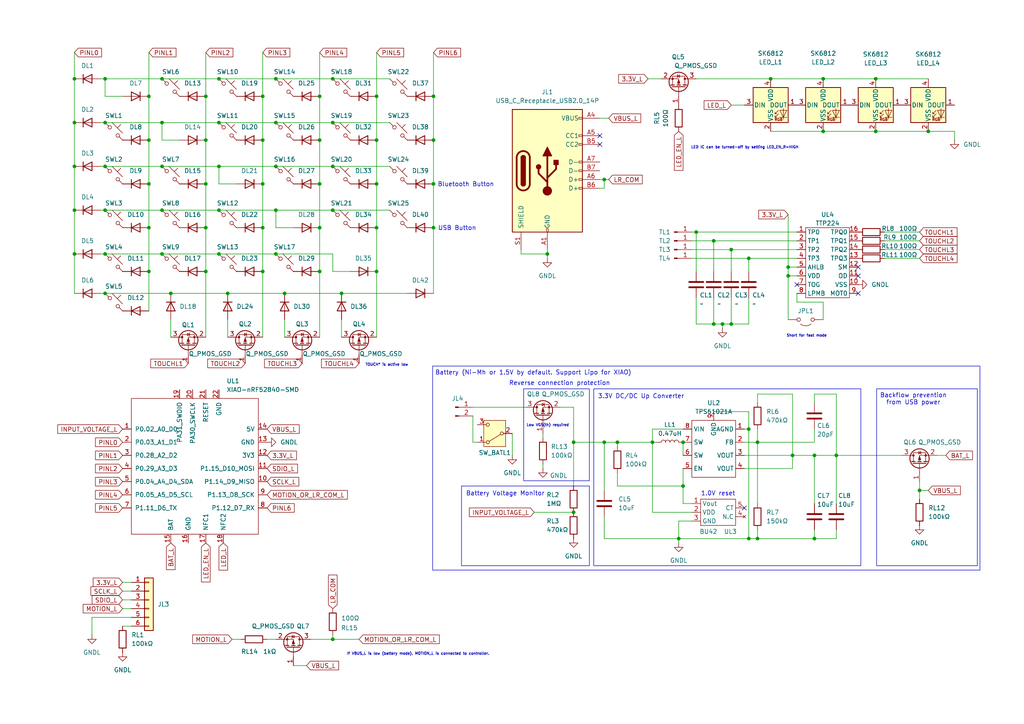
<source format=kicad_sch>
(kicad_sch (version 20231120) (generator "eeschema") (generator_version "8.0")
  (paper "A4")
  (junction (at 212.09 72.39))
  (junction (at 269.24 38.1))
  (junction (at 76.2 66.04))
  (junction (at 66.04 85.09))
  (junction (at 125.73 66.04))
  (junction (at 30.48 48.26))
  (junction (at 43.18 66.04))
  (junction (at 158.75 73.66))
  (junction (at 223.52 22.86))
  (junction (at 219.71 128.27))
  (junction (at 179.07 128.27))
  (junction (at 76.2 27.94))
  (junction (at 198.12 140.97))
  (junction (at 80.01 60.96))
  (junction (at 219.71 156.21))
  (junction (at 166.37 128.27))
  (junction (at 76.2 40.64))
  (junction (at 209.55 93.98))
  (junction (at 43.18 78.74))
  (junction (at 125.73 53.34))
  (junction (at 109.22 66.04))
  (junction (at 175.26 128.27))
  (junction (at 59.69 53.34))
  (junction (at 21.59 48.26))
  (junction (at 238.76 22.86))
  (junction (at 43.18 53.34))
  (junction (at 125.73 40.64))
  (junction (at 266.7 142.24))
  (junction (at 125.73 27.94))
  (junction (at 76.2 78.74))
  (junction (at 175.26 52.07))
  (junction (at 80.01 48.26))
  (junction (at 92.71 40.64))
  (junction (at 59.69 40.64))
  (junction (at 212.09 93.98))
  (junction (at 96.52 185.42))
  (junction (at 198.12 128.27))
  (junction (at 21.59 22.86))
  (junction (at 166.37 148.59))
  (junction (at 228.6 80.01))
  (junction (at 46.99 35.56))
  (junction (at 254 22.86))
  (junction (at 46.99 60.96))
  (junction (at 80.01 22.86))
  (junction (at 59.69 66.04))
  (junction (at 63.5 48.26))
  (junction (at 254 38.1))
  (junction (at 43.18 27.94))
  (junction (at 207.01 93.98))
  (junction (at 59.69 27.94))
  (junction (at 30.48 60.96))
  (junction (at 96.52 22.86))
  (junction (at 82.55 85.09))
  (junction (at 59.69 78.74))
  (junction (at 109.22 53.34))
  (junction (at 109.22 27.94))
  (junction (at 242.57 132.08))
  (junction (at 99.06 85.09))
  (junction (at 207.01 69.85))
  (junction (at 46.99 48.26))
  (junction (at 92.71 78.74))
  (junction (at 43.18 40.64))
  (junction (at 92.71 66.04))
  (junction (at 30.48 85.09))
  (junction (at 201.93 67.31))
  (junction (at 21.59 73.66))
  (junction (at 63.5 22.86))
  (junction (at 109.22 78.74))
  (junction (at 96.52 60.96))
  (junction (at 76.2 53.34))
  (junction (at 63.5 60.96))
  (junction (at 236.22 132.08))
  (junction (at 46.99 22.86))
  (junction (at 30.48 22.86))
  (junction (at 80.01 73.66))
  (junction (at 236.22 156.21))
  (junction (at 217.17 124.46))
  (junction (at 63.5 35.56))
  (junction (at 92.71 27.94))
  (junction (at 49.53 85.09))
  (junction (at 228.6 77.47))
  (junction (at 30.48 73.66))
  (junction (at 189.23 128.27))
  (junction (at 63.5 73.66))
  (junction (at 196.85 156.21))
  (junction (at 109.22 40.64))
  (junction (at 238.76 38.1))
  (junction (at 217.17 156.21))
  (junction (at 92.71 53.34))
  (junction (at 229.87 132.08))
  (junction (at 96.52 48.26))
  (junction (at 217.17 74.93))
  (junction (at 21.59 35.56))
  (junction (at 80.01 35.56))
  (junction (at 46.99 73.66))
  (junction (at 96.52 35.56))
  (junction (at 30.48 35.56))
  (junction (at 21.59 60.96))
  (no_connect (at 173.99 39.37))
  (no_connect (at 248.92 80.01))
  (no_connect (at 248.92 85.09))
  (no_connect (at 231.14 82.55))
  (no_connect (at 248.92 77.47))
  (no_connect (at 173.99 41.91))
  (no_connect (at 215.9 147.32))
  (bus_entry (at 577.85 109.22) (size 2.54 2.54))
  (wire (pts (xy 198.12 124.46) (xy 189.23 124.46)))
  (wire (pts (xy 256.54 72.39) (xy 266.7 72.39)))
  (wire (pts (xy 198.12 135.89) (xy 198.12 140.97)))
  (wire (pts (xy 207.01 86.36) (xy 207.01 93.98)))
  (wire (pts (xy 109.22 53.34) (xy 109.22 66.04)))
  (wire (pts (xy 179.07 128.27) (xy 189.23 128.27)))
  (wire (pts (xy 175.26 156.21) (xy 196.85 156.21)))
  (wire (pts (xy 59.69 66.04) (xy 59.69 78.74)))
  (wire (pts (xy 219.71 156.21) (xy 236.22 156.21)))
  (wire (pts (xy 219.71 146.05) (xy 219.71 128.27)))
  (wire (pts (xy 200.66 67.31) (xy 201.93 67.31)))
  (wire (pts (xy 46.99 40.64) (xy 46.99 35.56)))
  (wire (pts (xy 154.94 148.59) (xy 166.37 148.59)))
  (wire (pts (xy 30.48 48.26) (xy 29.21 48.26)))
  (wire (pts (xy 38.1 176.53) (xy 35.56 176.53)))
  (wire (pts (xy 76.2 15.24) (xy 76.2 27.94)))
  (wire (pts (xy 269.24 142.24) (xy 266.7 142.24)))
  (wire (pts (xy 229.87 132.08) (xy 236.22 132.08)))
  (wire (pts (xy 125.73 66.04) (xy 125.73 85.09)))
  (wire (pts (xy 242.57 114.3) (xy 242.57 132.08)))
  (wire (pts (xy 229.87 114.3) (xy 229.87 132.08)))
  (wire (pts (xy 219.71 114.3) (xy 229.87 114.3)))
  (wire (pts (xy 200.66 72.39) (xy 212.09 72.39)))
  (wire (pts (xy 158.75 74.93) (xy 158.75 73.66)))
  (wire (pts (xy 59.69 27.94) (xy 59.69 40.64)))
  (wire (pts (xy 82.55 85.09) (xy 99.06 85.09)))
  (wire (pts (xy 21.59 22.86) (xy 21.59 35.56)))
  (wire (pts (xy 242.57 132.08) (xy 242.57 146.05)))
  (wire (pts (xy 201.93 22.86) (xy 223.52 22.86)))
  (wire (pts (xy 30.48 73.66) (xy 46.99 73.66)))
  (wire (pts (xy 242.57 132.08) (xy 261.62 132.08)))
  (wire (pts (xy 92.71 66.04) (xy 92.71 78.74)))
  (wire (pts (xy 215.9 124.46) (xy 217.17 124.46)))
  (wire (pts (xy 166.37 128.27) (xy 175.26 128.27)))
  (wire (pts (xy 176.53 52.07) (xy 175.26 52.07)))
  (wire (pts (xy 266.7 139.7) (xy 266.7 142.24)))
  (wire (pts (xy 217.17 86.36) (xy 217.17 93.98)))
  (wire (pts (xy 212.09 30.48) (xy 215.9 30.48)))
  (wire (pts (xy 66.04 85.09) (xy 82.55 85.09)))
  (wire (pts (xy 46.99 22.86) (xy 63.5 22.86)))
  (wire (pts (xy 21.59 35.56) (xy 21.59 48.26)))
  (wire (pts (xy 219.71 153.67) (xy 219.71 156.21)))
  (wire (pts (xy 276.86 40.64) (xy 276.86 38.1)))
  (wire (pts (xy 209.55 93.98) (xy 209.55 95.25)))
  (wire (pts (xy 212.09 72.39) (xy 231.14 72.39)))
  (wire (pts (xy 80.01 73.66) (xy 96.52 73.66)))
  (wire (pts (xy 228.6 80.01) (xy 231.14 80.01)))
  (wire (pts (xy 35.56 181.61) (xy 38.1 181.61)))
  (wire (pts (xy 217.17 156.21) (xy 196.85 156.21)))
  (wire (pts (xy 207.01 69.85) (xy 231.14 69.85)))
  (wire (pts (xy 157.48 134.62) (xy 157.48 135.89)))
  (wire (pts (xy 175.26 54.61) (xy 175.26 52.07)))
  (wire (pts (xy 38.1 171.45) (xy 35.56 171.45)))
  (wire (pts (xy 166.37 118.11) (xy 162.56 118.11)))
  (wire (pts (xy 196.85 151.13) (xy 196.85 156.21)))
  (wire (pts (xy 30.48 27.94) (xy 30.48 22.86)))
  (wire (pts (xy 223.52 22.86) (xy 238.76 22.86)))
  (wire (pts (xy 92.71 15.24) (xy 92.71 27.94)))
  (wire (pts (xy 229.87 135.89) (xy 229.87 132.08)))
  (wire (pts (xy 85.09 66.04) (xy 80.01 66.04)))
  (wire (pts (xy 236.22 114.3) (xy 236.22 116.84)))
  (wire (pts (xy 69.85 185.42) (xy 67.31 185.42)))
  (wire (pts (xy 80.01 60.96) (xy 96.52 60.96)))
  (wire (pts (xy 92.71 27.94) (xy 92.71 40.64)))
  (wire (pts (xy 238.76 22.86) (xy 254 22.86)))
  (wire (pts (xy 242.57 156.21) (xy 236.22 156.21)))
  (wire (pts (xy 212.09 72.39) (xy 212.09 78.74)))
  (wire (pts (xy 200.66 74.93) (xy 217.17 74.93)))
  (wire (pts (xy 80.01 35.56) (xy 96.52 35.56)))
  (wire (pts (xy 217.17 119.38) (xy 207.01 119.38)))
  (wire (pts (xy 96.52 35.56) (xy 113.03 35.56)))
  (wire (pts (xy 187.96 22.86) (xy 191.77 22.86)))
  (wire (pts (xy 96.52 185.42) (xy 104.14 185.42)))
  (wire (pts (xy 30.48 48.26) (xy 46.99 48.26)))
  (wire (pts (xy 228.6 77.47) (xy 228.6 80.01)))
  (wire (pts (xy 179.07 137.16) (xy 179.07 140.97)))
  (wire (pts (xy 137.16 120.65) (xy 137.16 128.27)))
  (wire (pts (xy 125.73 27.94) (xy 125.73 40.64)))
  (wire (pts (xy 157.48 127) (xy 157.48 125.73)))
  (wire (pts (xy 109.22 40.64) (xy 109.22 53.34)))
  (wire (pts (xy 179.07 140.97) (xy 198.12 140.97)))
  (wire (pts (xy 173.99 54.61) (xy 175.26 54.61)))
  (wire (pts (xy 254 38.1) (xy 269.24 38.1)))
  (wire (pts (xy 198.12 146.05) (xy 200.66 146.05)))
  (wire (pts (xy 137.16 118.11) (xy 152.4 118.11)))
  (wire (pts (xy 21.59 48.26) (xy 21.59 60.96)))
  (wire (pts (xy 63.5 53.34) (xy 63.5 48.26)))
  (wire (pts (xy 59.69 15.24) (xy 59.69 27.94)))
  (wire (pts (xy 125.73 15.24) (xy 125.73 27.94)))
  (wire (pts (xy 26.67 179.07) (xy 38.1 179.07)))
  (wire (pts (xy 166.37 128.27) (xy 166.37 140.97)))
  (wire (pts (xy 76.2 78.74) (xy 76.2 97.79)))
  (wire (pts (xy 76.2 53.34) (xy 76.2 66.04)))
  (wire (pts (xy 228.6 80.01) (xy 228.6 92.71)))
  (wire (pts (xy 256.54 74.93) (xy 266.7 74.93)))
  (wire (pts (xy 217.17 74.93) (xy 217.17 78.74)))
  (wire (pts (xy 276.86 38.1) (xy 269.24 38.1)))
  (wire (pts (xy 63.5 48.26) (xy 80.01 48.26)))
  (wire (pts (xy 175.26 52.07) (xy 173.99 52.07)))
  (wire (pts (xy 217.17 124.46) (xy 217.17 119.38)))
  (wire (pts (xy 63.5 60.96) (xy 80.01 60.96)))
  (wire (pts (xy 238.76 87.63) (xy 238.76 92.71)))
  (wire (pts (xy 30.48 22.86) (xy 29.21 22.86)))
  (wire (pts (xy 96.52 60.96) (xy 113.03 60.96)))
  (wire (pts (xy 80.01 66.04) (xy 80.01 60.96)))
  (wire (pts (xy 151.13 72.39) (xy 151.13 73.66)))
  (wire (pts (xy 215.9 135.89) (xy 229.87 135.89)))
  (wire (pts (xy 76.2 66.04) (xy 76.2 78.74)))
  (wire (pts (xy 46.99 48.26) (xy 63.5 48.26)))
  (wire (pts (xy 29.21 35.56) (xy 30.48 35.56)))
  (wire (pts (xy 148.59 132.08) (xy 148.59 125.73)))
  (wire (pts (xy 242.57 114.3) (xy 236.22 114.3)))
  (wire (pts (xy 59.69 53.34) (xy 59.69 66.04)))
  (wire (pts (xy 30.48 27.94) (xy 35.56 27.94)))
  (wire (pts (xy 201.93 67.31) (xy 231.14 67.31)))
  (wire (pts (xy 96.52 48.26) (xy 113.03 48.26)))
  (wire (pts (xy 99.06 85.09) (xy 118.11 85.09)))
  (wire (pts (xy 236.22 132.08) (xy 242.57 132.08)))
  (wire (pts (xy 68.58 53.34) (xy 63.5 53.34)))
  (wire (pts (xy 96.52 184.15) (xy 96.52 185.42)))
  (wire (pts (xy 231.14 85.09) (xy 231.14 87.63)))
  (wire (pts (xy 29.21 85.09) (xy 30.48 85.09)))
  (wire (pts (xy 201.93 67.31) (xy 201.93 78.74)))
  (wire (pts (xy 29.21 73.66) (xy 30.48 73.66)))
  (wire (pts (xy 228.6 62.23) (xy 228.6 77.47)))
  (wire (pts (xy 109.22 66.04) (xy 109.22 78.74)))
  (wire (pts (xy 38.1 168.91) (xy 35.56 168.91)))
  (wire (pts (xy 207.01 93.98) (xy 209.55 93.98)))
  (wire (pts (xy 189.23 128.27) (xy 190.5 128.27)))
  (wire (pts (xy 125.73 53.34) (xy 125.73 66.04)))
  (wire (pts (xy 43.18 15.24) (xy 43.18 27.94)))
  (wire (pts (xy 109.22 15.24) (xy 109.22 27.94)))
  (wire (pts (xy 21.59 15.24) (xy 21.59 22.86)))
  (wire (pts (xy 231.14 77.47) (xy 228.6 77.47)))
  (wire (pts (xy 76.2 40.64) (xy 76.2 53.34)))
  (wire (pts (xy 92.71 40.64) (xy 92.71 53.34)))
  (wire (pts (xy 266.7 142.24) (xy 266.7 144.78)))
  (wire (pts (xy 137.16 128.27) (xy 138.43 128.27)))
  (wire (pts (xy 99.06 92.71) (xy 99.06 97.79)))
  (wire (pts (xy 189.23 128.27) (xy 189.23 148.59)))
  (wire (pts (xy 88.9 193.04) (xy 85.09 193.04)))
  (wire (pts (xy 80.01 22.86) (xy 96.52 22.86)))
  (wire (pts (xy 46.99 73.66) (xy 63.5 73.66)))
  (wire (pts (xy 21.59 60.96) (xy 21.59 73.66)))
  (wire (pts (xy 49.53 92.71) (xy 49.53 97.79)))
  (wire (pts (xy 215.9 128.27) (xy 219.71 128.27)))
  (wire (pts (xy 30.48 85.09) (xy 49.53 85.09)))
  (wire (pts (xy 236.22 132.08) (xy 236.22 146.05)))
  (wire (pts (xy 219.71 128.27) (xy 236.22 128.27)))
  (wire (pts (xy 76.2 27.94) (xy 76.2 40.64)))
  (wire (pts (xy 63.5 22.86) (xy 80.01 22.86)))
  (wire (pts (xy 30.48 22.86) (xy 46.99 22.86)))
  (wire (pts (xy 231.14 87.63) (xy 238.76 87.63)))
  (wire (pts (xy 254 22.86) (xy 269.24 22.86)))
  (wire (pts (xy 166.37 118.11) (xy 166.37 128.27)))
  (wire (pts (xy 238.76 38.1) (xy 254 38.1)))
  (wire (pts (xy 212.09 93.98) (xy 209.55 93.98)))
  (wire (pts (xy 217.17 74.93) (xy 231.14 74.93)))
  (wire (pts (xy 63.5 35.56) (xy 80.01 35.56)))
  (wire (pts (xy 92.71 78.74) (xy 92.71 97.79)))
  (wire (pts (xy 125.73 40.64) (xy 125.73 53.34)))
  (wire (pts (xy 26.67 179.07) (xy 26.67 184.15)))
  (wire (pts (xy 151.13 73.66) (xy 158.75 73.66)))
  (wire (pts (xy 46.99 60.96) (xy 63.5 60.96)))
  (wire (pts (xy 266.7 69.85) (xy 256.54 69.85)))
  (wire (pts (xy 175.26 149.86) (xy 175.26 156.21)))
  (wire (pts (xy 236.22 156.21) (xy 236.22 153.67)))
  (wire (pts (xy 30.48 35.56) (xy 46.99 35.56)))
  (wire (pts (xy 201.93 86.36) (xy 201.93 93.98)))
  (wire (pts (xy 242.57 153.67) (xy 242.57 156.21)))
  (wire (pts (xy 59.69 40.64) (xy 59.69 53.34)))
  (wire (pts (xy 175.26 128.27) (xy 179.07 128.27)))
  (wire (pts (xy 21.59 73.66) (xy 21.59 85.09)))
  (wire (pts (xy 49.53 85.09) (xy 66.04 85.09)))
  (wire (pts (xy 38.1 173.99) (xy 35.56 173.99)))
  (wire (pts (xy 66.04 92.71) (xy 66.04 97.79)))
  (wire (pts (xy 217.17 93.98) (xy 212.09 93.98)))
  (wire (pts (xy 219.71 124.46) (xy 219.71 128.27)))
  (wire (pts (xy 196.85 151.13) (xy 200.66 151.13)))
  (wire (pts (xy 215.9 132.08) (xy 229.87 132.08)))
  (wire (pts (xy 219.71 114.3) (xy 219.71 116.84)))
  (wire (pts (xy 200.66 69.85) (xy 207.01 69.85)))
  (wire (pts (xy 219.71 156.21) (xy 217.17 156.21)))
  (wire (pts (xy 189.23 124.46) (xy 189.23 128.27)))
  (wire (pts (xy 43.18 66.04) (xy 43.18 78.74)))
  (wire (pts (xy 256.54 67.31) (xy 266.7 67.31)))
  (wire (pts (xy 46.99 35.56) (xy 63.5 35.56)))
  (wire (pts (xy 200.66 148.59) (xy 189.23 148.59)))
  (wire (pts (xy 92.71 53.34) (xy 92.71 66.04)))
  (wire (pts (xy 52.07 40.64) (xy 46.99 40.64)))
  (wire (pts (xy 158.75 73.66) (xy 158.75 72.39)))
  (wire (pts (xy 43.18 40.64) (xy 43.18 53.34)))
  (wire (pts (xy 82.55 92.71) (xy 82.55 97.79)))
  (wire (pts (xy 109.22 27.94) (xy 109.22 40.64)))
  (wire (pts (xy 77.47 185.42) (xy 80.01 185.42)))
  (wire (pts (xy 30.48 60.96) (xy 46.99 60.96)))
  (wire (pts (xy 59.69 78.74) (xy 59.69 97.79)))
  (wire (pts (xy 271.78 132.08) (xy 274.32 132.08)))
  (wire (pts (xy 96.52 78.74) (xy 101.6 78.74)))
  (wire (pts (xy 80.01 48.26) (xy 96.52 48.26)))
  (wire (pts (xy 217.17 124.46) (xy 217.17 156.21)))
  (wire (pts (xy 207.01 69.85) (xy 207.01 78.74)))
  (wire (pts (xy 201.93 93.98) (xy 207.01 93.98)))
  (wire (pts (xy 43.18 27.94) (xy 43.18 40.64)))
  (wire (pts (xy 90.17 185.42) (xy 96.52 185.42)))
  (wire (pts (xy 175.26 128.27) (xy 175.26 142.24)))
  (wire (pts (xy 96.52 22.86) (xy 113.03 22.86)))
  (wire (pts (xy 63.5 73.66) (xy 80.01 73.66)))
  (wire (pts (xy 176.53 34.29) (xy 173.99 34.29)))
  (wire (pts (xy 96.52 73.66) (xy 96.52 78.74)))
  (wire (pts (xy 43.18 53.34) (xy 43.18 66.04)))
  (wire (pts (xy 179.07 129.54) (xy 179.07 128.27)))
  (wire (pts (xy 223.52 38.1) (xy 238.76 38.1)))
  (wire (pts (xy 236.22 128.27) (xy 236.22 124.46)))
  (wire (pts (xy 43.18 78.74) (xy 43.18 90.17)))
  (wire (pts (xy 196.85 156.21) (xy 196.85 157.48)))
  (wire (pts (xy 109.22 78.74) (xy 109.22 97.79)))
  (wire (pts (xy 212.09 86.36) (xy 212.09 93.98)))
  (wire (pts (xy 198.12 140.97) (xy 198.12 146.05)))
  (wire (pts (xy 198.12 128.27) (xy 198.12 132.08)))
  (wire (pts (xy 29.21 60.96) (xy 30.48 60.96)))
  (rectangle (start 151.892 112.776) (end 170.942 139.446))
  (rectangle (start 133.858 140.97) (end 170.942 164.084))
  (rectangle (start 254.254 112.776) (end 283.464 164.084))
  (rectangle (start 125.476 106.172) (end 284.226 165.354))
  (rectangle (start 172.212 112.776) (end 249.682 164.084))
  (text "If VBUS_L is low (battery mode), MOTION_L is connected to controller." (at 100.584 189.738 0) (effects (font (size 0.762 0.762)) (justify left)))
  (text "Low VGS(th) required" (at 152.654 123.444 0) (effects (font (size 0.762 0.762)) (justify left)))
  (text "Battery (Ni-Mh or 1.5V by default. Support Lipo for XIAO)" (at 154.686 108.204 0) (effects (font (size 1.27 1.27))))
  (text "USB Button" (at 132.588 66.294 0) (effects (font (size 1.27 1.27))))
  (text "1.0V reset" (at 208.28 143.256 0) (effects (font (size 1.27 1.27))))
  (text "Bluetooth Button" (at 135.128 53.594 0) (effects (font (size 1.27 1.27))))
  (text "Short for fast mode" (at 228.092 97.028 0) (effects (font (size 0.762 0.762)) (justify left top)))
  (text "TOUCH* is active low" (at 105.918 105.918 0) (effects (font (size 0.762 0.762)) (justify left)))
  (text "Reverse connection protection" (at 162.306 111.252 0) (effects (font (size 1.27 1.27))))
  (text "3.3V DC/DC Up Converter" (at 185.928 115.062 0) (effects (font (size 1.27 1.27))))
  (text "Backflow prevention\nfrom USB power" (at 264.922 115.824 0) (effects (font (size 1.27 1.27))))
  (text "LED IC can be turned-off by setting LED_EN_R=HIGH" (at 200.406 42.418 0) (effects (font (size 0.762 0.762)) (justify left top)))
  (text "Battery Voltage Monitor" (at 146.558 143.256 0) (effects (font (size 1.27 1.27))))
  (global_label "3.3V_L" (shape input) (at 35.56 168.91 180) (property "Intersheetrefs" "${INTERSHEET_REFS}" (effects (hide yes))))
  (global_label "TOUCHL3" (shape input) (at 87.63 105.41 180) (property "Intersheetrefs" "${INTERSHEET_REFS}" (effects (hide yes))))
  (global_label "TOUCHL4" (shape input) (at 266.7 74.93 0) (property "Intersheetrefs" "${INTERSHEET_REFS}" (effects (hide yes))))
  (global_label "TOUCHL1" (shape input) (at 54.61 105.41 180) (property "Intersheetrefs" "${INTERSHEET_REFS}" (effects (hide yes))))
  (global_label "SDIO_L" (shape input) (at 35.56 173.99 180) (property "Intersheetrefs" "${INTERSHEET_REFS}" (effects (hide yes))))
  (global_label "PINL5" (shape input) (at 35.56 147.32 180) (property "Intersheetrefs" "${INTERSHEET_REFS}" (effects (hide yes))))
  (global_label "MOTION_OR_LR_COM_L" (shape input) (at 104.14 185.42 0) (property "Intersheetrefs" "${INTERSHEET_REFS}" (effects (hide yes))))
  (global_label "LR_COM" (shape input) (at 176.53 52.07 0) (property "Intersheetrefs" "${INTERSHEET_REFS}" (effects (hide yes))))
  (global_label "TOUCHL2" (shape input) (at 71.12 105.41 180) (property "Intersheetrefs" "${INTERSHEET_REFS}" (effects (hide yes))))
  (global_label "MOTION_L" (shape input) (at 35.56 176.53 180) (property "Intersheetrefs" "${INTERSHEET_REFS}" (effects (hide yes))))
  (global_label "TOUCHL3" (shape input) (at 266.7 72.39 0) (property "Intersheetrefs" "${INTERSHEET_REFS}" (effects (hide yes))))
  (global_label "VBUS_L" (shape input) (at 77.47 124.46 0) (property "Intersheetrefs" "${INTERSHEET_REFS}" (effects (hide yes))))
  (global_label "PINL3" (shape input) (at 76.2 15.24 0) (property "Intersheetrefs" "${INTERSHEET_REFS}" (effects (hide yes))))
  (global_label "SCLK_L" (shape input) (at 77.47 139.7 0) (property "Intersheetrefs" "${INTERSHEET_REFS}" (effects (hide yes))))
  (global_label "PINL5" (shape input) (at 109.22 15.24 0) (property "Intersheetrefs" "${INTERSHEET_REFS}" (effects (hide yes))))
  (global_label "3.3V_L" (shape input) (at 228.6 62.23 180) (property "Intersheetrefs" "${INTERSHEET_REFS}" (effects (hide yes))))
  (global_label "LR_COM" (shape input) (at 96.52 176.53 90) (property "Intersheetrefs" "${INTERSHEET_REFS}" (effects (hide yes))))
  (global_label "3.3V_L" (shape input) (at 77.47 132.08 0) (property "Intersheetrefs" "${INTERSHEET_REFS}" (effects (hide yes))))
  (global_label "LED_EN_L" (shape input) (at 196.85 38.1 270) (property "Intersheetrefs" "${INTERSHEET_REFS}" (effects (hide yes))))
  (global_label "PINL0" (shape input) (at 35.56 128.27 180) (property "Intersheetrefs" "${INTERSHEET_REFS}" (effects (hide yes))))
  (global_label "LED_EN_L" (shape input) (at 59.69 157.48 270) (property "Intersheetrefs" "${INTERSHEET_REFS}" (effects (hide yes))))
  (global_label "SDIO_L" (shape input) (at 77.47 135.89 0) (property "Intersheetrefs" "${INTERSHEET_REFS}" (effects (hide yes))))
  (global_label "PINL0" (shape input) (at 21.59 15.24 0) (property "Intersheetrefs" "${INTERSHEET_REFS}" (effects (hide yes))))
  (global_label "PINL6" (shape input) (at 125.73 15.24 0) (property "Intersheetrefs" "${INTERSHEET_REFS}" (effects (hide yes))))
  (global_label "INPUT_VOLTAGE_L" (shape input) (at 35.56 124.46 180) (property "Intersheetrefs" "${INTERSHEET_REFS}" (effects (hide yes))))
  (global_label "MOTION_L" (shape input) (at 67.31 185.42 180) (property "Intersheetrefs" "${INTERSHEET_REFS}" (effects (hide yes))))
  (global_label "SCLK_L" (shape input) (at 35.56 171.45 180) (property "Intersheetrefs" "${INTERSHEET_REFS}" (effects (hide yes))))
  (global_label "TOUCHL4" (shape input) (at 104.14 105.41 180) (property "Intersheetrefs" "${INTERSHEET_REFS}" (effects (hide yes))))
  (global_label "BAT_L" (shape input) (at 274.32 132.08 0) (property "Intersheetrefs" "${INTERSHEET_REFS}" (effects (hide yes))))
  (global_label "TOUCHL1" (shape input) (at 266.7 67.31 0) (property "Intersheetrefs" "${INTERSHEET_REFS}" (effects (hide yes))))
  (global_label "VBUS_L" (shape input) (at 269.24 142.24 0) (property "Intersheetrefs" "${INTERSHEET_REFS}" (effects (hide yes))))
  (global_label "BAT_L" (shape input) (at 49.53 157.48 270) (property "Intersheetrefs" "${INTERSHEET_REFS}" (effects (hide yes))))
  (global_label "3.3V_L" (shape input) (at 187.96 22.86 180) (property "Intersheetrefs" "${INTERSHEET_REFS}" (effects (hide yes))))
  (global_label "MOTION_OR_LR_COM_L" (shape input) (at 77.47 143.51 0) (property "Intersheetrefs" "${INTERSHEET_REFS}" (effects (hide yes))))
  (global_label "PINL6" (shape input) (at 77.47 147.32 0) (property "Intersheetrefs" "${INTERSHEET_REFS}" (effects (hide yes))))
  (global_label "VBUS_L" (shape input) (at 176.53 34.29 0) (property "Intersheetrefs" "${INTERSHEET_REFS}" (effects (hide yes))))
  (global_label "VBUS_L" (shape input) (at 88.9 193.04 0) (property "Intersheetrefs" "${INTERSHEET_REFS}" (effects (hide yes))))
  (global_label "TOUCHL2" (shape input) (at 266.7 69.85 0) (property "Intersheetrefs" "${INTERSHEET_REFS}" (effects (hide yes))))
  (global_label "PINL1" (shape input) (at 35.56 132.08 180) (property "Intersheetrefs" "${INTERSHEET_REFS}" (effects (hide yes))))
  (global_label "PINL4" (shape input) (at 92.71 15.24 0) (property "Intersheetrefs" "${INTERSHEET_REFS}" (effects (hide yes))))
  (global_label "PINL4" (shape input) (at 35.56 143.51 180) (property "Intersheetrefs" "${INTERSHEET_REFS}" (effects (hide yes))))
  (global_label "INPUT_VOLTAGE_L" (shape input) (at 154.94 148.59 180) (property "Intersheetrefs" "${INTERSHEET_REFS}" (effects (hide yes))))
  (global_label "PINL1" (shape input) (at 43.18 15.24 0) (property "Intersheetrefs" "${INTERSHEET_REFS}" (effects (hide yes))))
  (global_label "LED_L" (shape input) (at 212.09 30.48 180) (property "Intersheetrefs" "${INTERSHEET_REFS}" (effects (hide yes))))
  (global_label "LED_L" (shape input) (at 64.77 157.48 270) (property "Intersheetrefs" "${INTERSHEET_REFS}" (effects (hide yes))))
  (global_label "PINL2" (shape input) (at 35.56 135.89 180) (property "Intersheetrefs" "${INTERSHEET_REFS}" (effects (hide yes))))
  (global_label "PINL3" (shape input) (at 35.56 139.7 180) (property "Intersheetrefs" "${INTERSHEET_REFS}" (effects (hide yes))))
  (global_label "PINL2" (shape input) (at 59.69 15.24 0) (property "Intersheetrefs" "${INTERSHEET_REFS}" (effects (hide yes))))
  (symbol (lib_id "Connector:Conn_01x01_Pin") (at 195.58 69.85 0) (unit 1)
    (property "Reference" "TL2" (at 192.786 69.85 0))
    (property "Value" "Conn_01x01_Pin" (effects (hide yes)))
    (property "Footprint" "MountingHole:MountingHole_2.2mm_M2_Pad" (effects (hide yes)))
    (property "Description" "Generic connector, single row, 01x01, script generated" (effects (hide yes)))
  )
  (symbol (lib_id "Switch:SW_SPDT") (at 143.51 125.73 180) (unit 1)
    (property "Reference" "SW_BATL1" (at 143.51 131.318 0))
    (property "Value" "SW_SPDT" (effects (hide yes)))
    (property "Footprint" "0_dya-kbd:MK-12C02-G015" (effects (hide yes)))
    (property "Description" "Switch, single pole double throw" (effects (hide yes)))
    (property "LCSC" "C2890358" (effects (hide yes)))
  )
  (symbol (lib_id "Device:C") (at 175.26 146.05 0) (unit 1)
    (property "Reference" "CL5" (at 179.324 144.78 0) (effects (justify left)))
    (property "Value" "10uF" (at 179.324 147.32 0) (effects (justify left)))
    (property "Footprint" "Capacitor_SMD:C_0805_2012Metric" (effects (hide yes)))
    (property "Description" "Unpolarized capacitor" (effects (hide yes)))
    (property "LCSC" "C15850" (effects (hide yes)))
  )
  (symbol (lib_id "Device:D") (at 88.9 53.34 0) (unit 1)
    (property "Reference" "DL27" (at 88.9 49.53 0))
    (property "Value" "D" (effects (hide yes)))
    (property "Footprint" "Diode_SMD:D_SOD-123" (effects (hide yes)))
    (property "Description" "Diode" (effects (hide yes)))
    (property "Sim.Device" "D" (effects (hide yes)))
    (property "Sim.Pins" "1=K 2=A" (effects (hide yes)))
    (property "LCSC" "C81598" (effects (hide yes)))
  )
  (symbol (lib_id "Device:C") (at 201.93 82.55 0) (unit 1)
    (property "Reference" "CL1" (at 202.946 85.598 0) (effects (justify left)))
    (property "Value" "~" (at 202.946 88.138 0) (effects (justify left)))
    (property "Footprint" "Capacitor_SMD:C_0805_2012Metric" (effects (hide yes)))
    (property "Description" "Unpolarized capacitor" (effects (hide yes)))
  )
  (symbol (lib_id "Connector:Conn_01x01_Pin") (at 195.58 74.93 0) (unit 1)
    (property "Reference" "TL4" (at 192.786 74.93 0))
    (property "Value" "Conn_01x01_Pin" (effects (hide yes)))
    (property "Footprint" "Connector_Wire:SolderWirePad_1x01_SMD_1x2mm" (effects (hide yes)))
    (property "Description" "Generic connector, single row, 01x01, script generated" (effects (hide yes)))
  )
  (symbol (lib_id "Switch:SW_Push_45deg") (at 49.53 50.8 0) (unit 1)
    (property "Reference" "SWL7" (at 49.53 46.228 0))
    (property "Value" "SW_Push_45deg" (effects (hide yes)))
    (property "Footprint" "0_dya-kbd:Kailh-PG1353-Hotswap-1U" (effects (hide yes)))
    (property "Description" "Push button switch, normally open, two pins, 45° tilted" (effects (hide yes)))
    (property "LCSC" "C5333465" (effects (hide yes)))
  )
  (symbol (lib_id "Connector_Generic:Conn_01x06") (at 43.18 173.99 0) (unit 1)
    (property "Reference" "JL3" (at 45.72 175.2599 0) (effects (justify left)))
    (property "Value" "Conn_01x04" (effects (hide yes)))
    (property "Footprint" "0_dya-kbd:JUSHUO-AFH34-S06FIA-1H" (effects (hide yes)))
    (property "Description" "Generic connector, single row, 01x06, script generated (kicad-library-utils/schlib/autogen/connector/)" (effects (hide yes)))
    (property "LCSC" "C5139821" (effects (hide yes)))
  )
  (symbol (lib_id "Device:D") (at 121.92 66.04 0) (unit 1)
    (property "Reference" "DL40" (at 121.92 62.23 0))
    (property "Value" "D" (effects (hide yes)))
    (property "Footprint" "Diode_SMD:D_SOD-123" (effects (hide yes)))
    (property "Description" "Diode" (effects (hide yes)))
    (property "Sim.Device" "D" (effects (hide yes)))
    (property "Sim.Pins" "1=K 2=A" (effects (hide yes)))
    (property "LCSC" "C81598" (effects (hide yes)))
  )
  (symbol (lib_id "0_dya-kbd:BU42") (at 208.28 148.59 0) (unit 1)
    (property "Reference" "UL3" (at 211.836 154.178 0))
    (property "Value" "BU42" (at 205.486 154.178 0))
    (property "Footprint" "0_dya-kbd:BU42XX" (effects (hide yes)))
    (property "Datasheet" "https://jlcpcb.com/parts/componentSearch?searchTxt=BU4210G-TR" (effects (hide yes)))
    (property "LCSC" "C2066584" (effects (hide yes)))
  )
  (symbol (lib_id "Switch:SW_Push_45deg") (at 33.02 50.8 0) (unit 1)
    (property "Reference" "SWL2" (at 33.02 46.228 0))
    (property "Value" "SW_Push_45deg" (effects (hide yes)))
    (property "Footprint" "0_dya-kbd:Kailh-PG1353-Hotswap-1U" (effects (hide yes)))
    (property "Description" "Push button switch, normally open, two pins, 45° tilted" (effects (hide yes)))
    (property "LCSC" "C5333465" (effects (hide yes)))
  )
  (symbol (lib_id "Jumper:Jumper_2_Open") (at 233.68 92.71 180) (unit 1) (exclude_from_sim yes)
    (property "Reference" "JPL1" (at 233.68 90.17 0))
    (property "Value" "Jumper_2_Open" (effects (hide yes)))
    (property "Footprint" "Jumper:SolderJumper-2_P1.3mm_Open_RoundedPad1.0x1.5mm" (effects (hide yes)))
    (property "Description" "Jumper, 2-pole, open" (effects (hide yes)))
  )
  (symbol (lib_id "Device:R") (at 196.85 34.29 180) (unit 1)
    (property "Reference" "RL5" (at 190.5 34.29 90))
    (property "Value" "100Ω" (at 193.04 34.29 90))
    (property "Footprint" "Resistor_SMD:R_0805_2012Metric" (effects (hide yes)))
    (property "Description" "Resistor" (effects (hide yes)))
    (property "LCSC" "C17408" (effects (hide yes)))
  )
  (symbol (lib_id "Switch:SW_Push_45deg") (at 33.02 63.5 0) (unit 1)
    (property "Reference" "SWL3" (at 33.02 58.928 0))
    (property "Value" "SW_Push_45deg" (effects (hide yes)))
    (property "Footprint" "0_dya-kbd:Kailh-PG1353-Hotswap-1U" (effects (hide yes)))
    (property "Description" "Push button switch, normally open, two pins, 45° tilted" (effects (hide yes)))
    (property "LCSC" "C5333465" (effects (hide yes)))
  )
  (symbol (lib_id "Device:Q_PMOS_GSD") (at 157.48 120.65 90) (unit 1)
    (property "Reference" "QL8" (at 154.686 114.3 90))
    (property "Value" "Q_PMOS_GSD" (at 163.322 114.3 90))
    (property "Footprint" "Package_TO_SOT_SMD:SOT-23" (effects (hide yes)))
    (property "Description" "P-MOSFET transistor, gate/source/drain, Vth < 0.9V" (effects (hide yes)))
    (property "LCSC" "C144153" (effects (hide yes)))
  )
  (symbol (lib_id "Device:D") (at 39.37 27.94 180) (unit 1)
    (property "Reference" "DL7" (at 39.37 24.13 0))
    (property "Value" "D" (effects (hide yes)))
    (property "Footprint" "Diode_SMD:D_SOD-123" (effects (hide yes)))
    (property "Description" "Diode" (effects (hide yes)))
    (property "Sim.Device" "D" (effects (hide yes)))
    (property "Sim.Pins" "1=K 2=A" (effects (hide yes)))
    (property "LCSC" "C81598" (effects (hide yes)))
  )
  (symbol (lib_id "Device:Q_PMOS_GSD") (at 266.7 134.62 90) (unit 1)
    (property "Reference" "QL6" (at 263.906 128.27 90))
    (property "Value" "Q_PMOS_GSD" (at 272.542 128.27 90))
    (property "Footprint" "Package_TO_SOT_SMD:SOT-23" (effects (hide yes)))
    (property "Description" "P-MOSFET transistor, gate/source/drain" (effects (hide yes)))
    (property "LCSC" "C15127" (effects (hide yes)))
  )
  (symbol (lib_id "power:GND") (at 157.48 135.89 0) (unit 1)
    (property "Reference" "#GNDL011" (effects (hide yes)))
    (property "Value" "GNDL" (at 162.052 137.922 0))
    (property "Description" "Power symbol creates a global label with name \"GND\" , ground" (effects (hide yes)))
  )
  (symbol (lib_id "power:GND") (at 35.56 189.23 0) (unit 1)
    (property "Reference" "#GNDL012" (effects (hide yes)))
    (property "Value" "GNDL" (at 35.56 194.31 0))
    (property "Description" "Power symbol creates a global label with name \"GND\" , ground" (effects (hide yes)))
  )
  (symbol (lib_id "Device:R") (at 35.56 185.42 180) (unit 1)
    (property "Reference" "RL1" (at 38.1 184.1499 0) (effects (justify right)))
    (property "Value" "100kΩ" (at 38.1 186.6899 0) (effects (justify right)))
    (property "Footprint" "Resistor_SMD:R_0805_2012Metric" (effects (hide yes)))
    (property "Description" "Resistor" (effects (hide yes)))
    (property "LCSC" "C149504" (effects (hide yes)))
  )
  (symbol (lib_id "Device:C") (at 212.09 82.55 0) (unit 1)
    (property "Reference" "CL3" (at 213.106 85.598 0) (effects (justify left)))
    (property "Value" "~" (at 213.106 88.138 0) (effects (justify left)))
    (property "Footprint" "Capacitor_SMD:C_0805_2012Metric" (effects (hide yes)))
    (property "Description" "Unpolarized capacitor" (effects (hide yes)))
  )
  (symbol (lib_id "Device:C") (at 236.22 149.86 0) (unit 1)
    (property "Reference" "CL7" (at 236.982 143.764 0) (effects (justify left)))
    (property "Value" "10uF" (at 236.982 146.304 0) (effects (justify left)))
    (property "Footprint" "Capacitor_SMD:C_0805_2012Metric" (effects (hide yes)))
    (property "Description" "Unpolarized capacitor" (effects (hide yes)))
    (property "LCSC" "C15850" (effects (hide yes)))
  )
  (symbol (lib_id "LED:SK6812MINI") (at 238.76 30.48 0) (unit 1)
    (property "Reference" "LED_L2" (at 238.76 18.034 0))
    (property "Value" "SK6812" (at 238.76 15.494 0))
    (property "Footprint" "0_dya-kbd:LED_SK6812MINI-E_BL" (effects (hide yes)))
    (property "Datasheet" "https://cdn-shop.adafruit.com/product-files/2686/SK6812MINI_REV.01-1-2.pdf" (effects (hide yes)))
    (property "Description" "RGB LED with integrated controller" (effects (hide yes)))
    (property "LCSC" "C5149201" (effects (hide yes)))
  )
  (symbol (lib_id "Device:D") (at 55.88 40.64 180) (unit 1)
    (property "Reference" "DL14" (at 55.88 36.83 0))
    (property "Value" "D" (effects (hide yes)))
    (property "Footprint" "Diode_SMD:D_SOD-123" (effects (hide yes)))
    (property "Description" "Diode" (effects (hide yes)))
    (property "Sim.Device" "D" (effects (hide yes)))
    (property "Sim.Pins" "1=K 2=A" (effects (hide yes)))
    (property "LCSC" "C81598" (effects (hide yes)))
  )
  (symbol (lib_id "Switch:SW_Push_45deg") (at 82.55 50.8 0) (unit 1)
    (property "Reference" "SWL16" (at 82.55 46.228 0))
    (property "Value" "SW_Push_45deg" (effects (hide yes)))
    (property "Footprint" "0_dya-kbd:Kailh-PG1353-Hotswap-1U" (effects (hide yes)))
    (property "Description" "Push button switch, normally open, two pins, 45° tilted" (effects (hide yes)))
    (property "LCSC" "C5333465" (effects (hide yes)))
  )
  (symbol (lib_id "Device:R") (at 266.7 148.59 0) (unit 1)
    (property "Reference" "RL12" (at 269.24 147.3199 0) (effects (justify left)))
    (property "Value" "100kΩ" (at 269.24 149.8599 0) (effects (justify left)))
    (property "Footprint" "Resistor_SMD:R_0805_2012Metric" (effects (hide yes)))
    (property "Description" "Resistor" (effects (hide yes)))
    (property "LCSC" "C149504" (effects (hide yes)))
  )
  (symbol (lib_id "Switch:SW_Push_45deg") (at 82.55 25.4 0) (unit 1)
    (property "Reference" "SWL14" (at 82.55 20.828 0))
    (property "Value" "SW_Push_45deg" (effects (hide yes)))
    (property "Footprint" "0_dya-kbd:Kailh-PG1353-Hotswap-1U" (effects (hide yes)))
    (property "Description" "Push button switch, normally open, two pins, 45° tilted" (effects (hide yes)))
    (property "LCSC" "C5333465" (effects (hide yes)))
  )
  (symbol (lib_id "Device:R") (at 252.73 72.39 270) (unit 1)
    (property "Reference" "RL10" (at 258.064 71.374 90))
    (property "Value" "100Ω" (at 263.398 71.374 90))
    (property "Footprint" "Resistor_SMD:R_0805_2012Metric" (effects (hide yes)))
    (property "Description" "Resistor" (effects (hide yes)))
    (property "LCSC" "C17408" (effects (hide yes)))
  )
  (symbol (lib_id "Connector:Conn_01x01_Pin") (at 195.58 67.31 0) (unit 1)
    (property "Reference" "TL1" (at 192.786 67.31 0))
    (property "Value" "Conn_01x01_Pin" (effects (hide yes)))
    (property "Footprint" "MountingHole:MountingHole_2.2mm_M2_Pad" (effects (hide yes)))
    (property "Description" "Generic connector, single row, 01x01, script generated" (effects (hide yes)))
  )
  (symbol (lib_id "Device:D") (at 105.41 78.74 180) (unit 1)
    (property "Reference" "DL35" (at 105.41 74.93 0))
    (property "Value" "D" (effects (hide yes)))
    (property "Footprint" "Diode_SMD:D_SOD-123" (effects (hide yes)))
    (property "Description" "Diode" (effects (hide yes)))
    (property "Sim.Device" "D" (effects (hide yes)))
    (property "Sim.Pins" "1=K 2=A" (effects (hide yes)))
    (property "LCSC" "C81598" (effects (hide yes)))
  )
  (symbol (lib_id "Switch:SW_Push_45deg") (at 115.57 50.8 0) (unit 1)
    (property "Reference" "SWL24" (at 115.57 46.228 0))
    (property "Value" "SW_Push_45deg" (effects (hide yes)))
    (property "Footprint" "0_dya-kbd:Push_PTS636SM43SMTR" (effects (hide yes)))
    (property "Description" "Push button switch, normally open, two pins, 45° tilted" (effects (hide yes)))
  )
  (symbol (lib_id "power:GND") (at 276.86 40.64 0) (unit 1)
    (property "Reference" "#GNDL09" (effects (hide yes)))
    (property "Value" "GNDL" (at 279.4 41.9099 0) (effects (justify left)))
    (property "Description" "Power symbol creates a global label with name \"GND\" , ground" (effects (hide yes)))
  )
  (symbol (lib_id "Device:D") (at 39.37 40.64 0) (unit 1)
    (property "Reference" "DL8" (at 39.37 36.83 0))
    (property "Value" "D" (effects (hide yes)))
    (property "Footprint" "Diode_SMD:D_SOD-123" (effects (hide yes)))
    (property "Description" "Diode" (effects (hide yes)))
    (property "Sim.Device" "D" (effects (hide yes)))
    (property "Sim.Pins" "1=K 2=A" (effects (hide yes)))
    (property "LCSC" "C81598" (effects (hide yes)))
  )
  (symbol (lib_id "Switch:SW_Push_45deg") (at 99.06 25.4 0) (unit 1)
    (property "Reference" "SWL18" (at 99.06 20.828 0))
    (property "Value" "SW_Push_45deg" (effects (hide yes)))
    (property "Footprint" "0_dya-kbd:Kailh-PG1353-Hotswap-1U" (effects (hide yes)))
    (property "Description" "Push button switch, normally open, two pins, 45° tilted" (effects (hide yes)))
    (property "LCSC" "C5333465" (effects (hide yes)))
  )
  (symbol (lib_id "Device:R") (at 219.71 149.86 0) (unit 1)
    (property "Reference" "RL7" (at 222.25 148.5899 0) (effects (justify left)))
    (property "Value" "150kΩ" (at 222.25 151.1299 0) (effects (justify left)))
    (property "Footprint" "Resistor_SMD:R_0805_2012Metric" (effects (hide yes)))
    (property "Description" "Resistor" (effects (hide yes)))
    (property "LCSC" "C17470" (effects (hide yes)))
  )
  (symbol (lib_id "Device:R") (at 166.37 144.78 0) (unit 1)
    (property "Reference" "RL2" (at 158.496 143.51 0) (effects (justify left)))
    (property "Value" "1MΩ" (at 158.496 146.05 0) (effects (justify left)))
    (property "Footprint" "Resistor_SMD:R_0805_2012Metric" (effects (hide yes)))
    (property "Description" "Resistor" (effects (hide yes)))
    (property "LCSC" "C17514" (effects (hide yes)))
  )
  (symbol (lib_id "Device:R") (at 166.37 152.4 0) (unit 1)
    (property "Reference" "RL3" (at 158.496 151.13 0) (effects (justify left)))
    (property "Value" "470kΩ" (at 158.496 153.67 0) (effects (justify left)))
    (property "Footprint" "Resistor_SMD:R_0805_2012Metric" (effects (hide yes)))
    (property "Description" "Resistor" (effects (hide yes)))
    (property "LCSC" "C17709" (effects (hide yes)))
  )
  (symbol (lib_id "Device:C") (at 236.22 120.65 0) (unit 1)
    (property "Reference" "CL6" (at 236.982 123.444 0) (effects (justify left)))
    (property "Value" "20pF" (at 236.982 125.984 0) (effects (justify left)))
    (property "Footprint" "Capacitor_SMD:C_0805_2012Metric" (effects (hide yes)))
    (property "Description" "Unpolarized capacitor" (effects (hide yes)))
    (property "LCSC" "C1798" (effects (hide yes)))
  )
  (symbol (lib_id "Device:D") (at 72.39 27.94 0) (unit 1)
    (property "Reference" "DL19" (at 72.39 24.13 0))
    (property "Value" "D" (effects (hide yes)))
    (property "Footprint" "Diode_SMD:D_SOD-123" (effects (hide yes)))
    (property "Description" "Diode" (effects (hide yes)))
    (property "Sim.Device" "D" (effects (hide yes)))
    (property "Sim.Pins" "1=K 2=A" (effects (hide yes)))
    (property "LCSC" "C81598" (effects (hide yes)))
  )
  (symbol (lib_id "Device:D") (at 55.88 53.34 0) (unit 1)
    (property "Reference" "DL15" (at 55.88 49.53 0))
    (property "Value" "D" (effects (hide yes)))
    (property "Footprint" "Diode_SMD:D_SOD-123" (effects (hide yes)))
    (property "Description" "Diode" (effects (hide yes)))
    (property "Sim.Device" "D" (effects (hide yes)))
    (property "Sim.Pins" "1=K 2=A" (effects (hide yes)))
    (property "LCSC" "C81598" (effects (hide yes)))
  )
  (symbol (lib_id "Device:R") (at 219.71 120.65 0) (unit 1)
    (property "Reference" "RL6" (at 222.25 119.3799 0) (effects (justify left)))
    (property "Value" "470kΩ" (at 222.25 121.9199 0) (effects (justify left)))
    (property "Footprint" "Resistor_SMD:R_0805_2012Metric" (effects (hide yes)))
    (property "Description" "Resistor" (effects (hide yes)))
    (property "LCSC" "C17709" (effects (hide yes)))
  )
  (symbol (lib_id "Device:R") (at 73.66 185.42 270) (unit 1)
    (property "Reference" "RL14" (at 72.39 188.976 90))
    (property "Value" "1kΩ" (at 78.232 188.976 90))
    (property "Footprint" "Resistor_SMD:R_0805_2012Metric" (effects (hide yes)))
    (property "Description" "Resistor" (effects (hide yes)))
    (property "LCSC" "C17513" (effects (hide yes)))
  )
  (symbol (lib_id "Device:D") (at 49.53 88.9 270) (unit 1)
    (property "Reference" "DL18" (at 52.07 88.8999 90) (effects (justify left)))
    (property "Value" "D" (effects (hide yes)))
    (property "Footprint" "Diode_SMD:D_SOD-123" (effects (hide yes)))
    (property "Description" "Diode" (effects (hide yes)))
    (property "Sim.Device" "D" (effects (hide yes)))
    (property "Sim.Pins" "1=K 2=A" (effects (hide yes)))
    (property "LCSC" "C81598" (effects (hide yes)))
  )
  (symbol (lib_id "0_Seeed_Studio_XIAO_Series:XIAO-nRF52840-SMD") (at 57.15 135.89 0) (unit 1)
    (property "Reference" "UL1" (at 65.6941 110.49 0) (effects (justify left)))
    (property "Value" "XIAO-nRF52840-SMD" (at 65.6941 113.03 0) (effects (justify left)))
    (property "Footprint" "0_dya-kbd:XIAO-nRF52840-SMD" (effects (hide yes)))
  )
  (symbol (lib_id "Device:D") (at 72.39 66.04 0) (unit 1)
    (property "Reference" "DL22" (at 72.39 62.23 0))
    (property "Value" "D" (effects (hide yes)))
    (property "Footprint" "Diode_SMD:D_SOD-123" (effects (hide yes)))
    (property "Description" "Diode" (effects (hide yes)))
    (property "Sim.Device" "D" (effects (hide yes)))
    (property "Sim.Pins" "1=K 2=A" (effects (hide yes)))
    (property "LCSC" "C81598" (effects (hide yes)))
  )
  (symbol (lib_id "Switch:SW_Push_45deg") (at 66.04 63.5 0) (unit 1)
    (property "Reference" "SWL12" (at 66.04 58.928 0))
    (property "Value" "SW_Push_45deg" (effects (hide yes)))
    (property "Footprint" "0_dya-kbd:Kailh-PG1353-Hotswap-1U" (effects (hide yes)))
    (property "Description" "Push button switch, normally open, two pins, 45° tilted" (effects (hide yes)))
    (property "LCSC" "C5333465" (effects (hide yes)))
  )
  (symbol (lib_id "Device:Q_PMOS_GSD") (at 54.61 100.33 90) (unit 1)
    (property "Reference" "QL1" (at 54.61 94.234 90))
    (property "Value" "Q_PMOS_GSD" (at 60.96 102.616 90))
    (property "Footprint" "Package_TO_SOT_SMD:SOT-23" (effects (hide yes)))
    (property "Description" "P-MOSFET transistor, gate/source/drain" (effects (hide yes)))
    (property "LCSC" "C15127" (effects (hide yes)))
  )
  (symbol (lib_id "Device:R") (at 252.73 74.93 270) (unit 1)
    (property "Reference" "RL11" (at 258.064 73.914 90))
    (property "Value" "100Ω" (at 263.398 73.914 90))
    (property "Footprint" "Resistor_SMD:R_0805_2012Metric" (effects (hide yes)))
    (property "Description" "Resistor" (effects (hide yes)))
    (property "LCSC" "C17408" (effects (hide yes)))
  )
  (symbol (lib_id "Switch:SW_Push_45deg") (at 49.53 63.5 0) (unit 1)
    (property "Reference" "SWL8" (at 49.53 58.928 0))
    (property "Value" "SW_Push_45deg" (effects (hide yes)))
    (property "Footprint" "0_dya-kbd:Kailh-PG1353-Hotswap-1U" (effects (hide yes)))
    (property "Description" "Push button switch, normally open, two pins, 45° tilted" (effects (hide yes)))
    (property "LCSC" "C5333465" (effects (hide yes)))
  )
  (symbol (lib_id "Switch:SW_Push_45deg") (at 99.06 50.8 0) (unit 1)
    (property "Reference" "SWL20" (at 99.06 46.228 0))
    (property "Value" "SW_Push_45deg" (effects (hide yes)))
    (property "Footprint" "0_dya-kbd:Kailh-PG1353-Hotswap-1U" (effects (hide yes)))
    (property "Description" "Push button switch, normally open, two pins, 45° tilted" (effects (hide yes)))
    (property "LCSC" "C5333465" (effects (hide yes)))
  )
  (symbol (lib_id "Device:D") (at 25.4 48.26 0) (unit 1)
    (property "Reference" "DL3" (at 25.4 44.45 0))
    (property "Value" "D" (effects (hide yes)))
    (property "Footprint" "Diode_SMD:D_SOD-123" (effects (hide yes)))
    (property "Description" "Diode" (effects (hide yes)))
    (property "Sim.Device" "D" (effects (hide yes)))
    (property "Sim.Pins" "1=K 2=A" (effects (hide yes)))
    (property "LCSC" "C81598" (effects (hide yes)))
  )
  (symbol (lib_id "power:GND") (at 166.37 156.21 0) (unit 1)
    (property "Reference" "#GNDL04" (effects (hide yes)))
    (property "Value" "GNDL" (at 166.37 161.29 0))
    (property "Description" "Power symbol creates a global label with name \"GND\" , ground" (effects (hide yes)))
  )
  (symbol (lib_id "Device:D") (at 55.88 78.74 0) (unit 1)
    (property "Reference" "DL17" (at 55.88 74.93 0))
    (property "Value" "D" (effects (hide yes)))
    (property "Footprint" "Diode_SMD:D_SOD-123" (effects (hide yes)))
    (property "Description" "Diode" (effects (hide yes)))
    (property "Sim.Device" "D" (effects (hide yes)))
    (property "Sim.Pins" "1=K 2=A" (effects (hide yes)))
    (property "LCSC" "C81598" (effects (hide yes)))
  )
  (symbol (lib_id "Device:D") (at 25.4 35.56 0) (unit 1)
    (property "Reference" "DL2" (at 25.4 31.75 0))
    (property "Value" "D" (effects (hide yes)))
    (property "Footprint" "Diode_SMD:D_SOD-123" (effects (hide yes)))
    (property "Description" "Diode" (effects (hide yes)))
    (property "Sim.Device" "D" (effects (hide yes)))
    (property "Sim.Pins" "1=K 2=A" (effects (hide yes)))
    (property "LCSC" "C81598" (effects (hide yes)))
  )
  (symbol (lib_id "Switch:SW_Push_45deg") (at 82.55 38.1 0) (unit 1)
    (property "Reference" "SWL15" (at 82.55 33.528 0))
    (property "Value" "SW_Push_45deg" (effects (hide yes)))
    (property "Footprint" "0_dya-kbd:Kailh-PG1353-Hotswap-1U" (effects (hide yes)))
    (property "Description" "Push button switch, normally open, two pins, 45° tilted" (effects (hide yes)))
    (property "LCSC" "C5333465" (effects (hide yes)))
  )
  (symbol (lib_id "power:GND") (at 26.67 184.15 0) (unit 1)
    (property "Reference" "#GNDL02" (effects (hide yes)))
    (property "Value" "GNDL" (at 26.67 189.23 0))
    (property "Description" "Power symbol creates a global label with name \"GND\" , ground" (effects (hide yes)))
  )
  (symbol (lib_id "Device:R") (at 179.07 133.35 180) (unit 1)
    (property "Reference" "RL4" (at 181.356 132.08 0) (effects (justify right)))
    (property "Value" "100kΩ" (at 181.356 134.62 0) (effects (justify right)))
    (property "Footprint" "Resistor_SMD:R_0805_2012Metric" (effects (hide yes)))
    (property "Description" "Resistor" (effects (hide yes)))
    (property "LCSC" "C149504" (effects (hide yes)))
  )
  (symbol (lib_id "Device:L") (at 194.31 128.27 90) (unit 1)
    (property "Reference" "LL1" (at 194.31 123.19 90))
    (property "Value" "0.47uH" (at 194.31 125.73 90))
    (property "Footprint" "Inductor_SMD:L_1008_2520Metric" (effects (hide yes)))
    (property "Datasheet" "MEKK2520TR47M" (effects (hide yes)))
    (property "Description" "Inductor" (effects (hide yes)))
    (property "LCSC" "C519277" (effects (hide yes)))
  )
  (symbol (lib_id "Switch:SW_Push_45deg") (at 33.02 38.1 0) (unit 1)
    (property "Reference" "SWL1" (at 33.02 33.528 0))
    (property "Value" "SW_Push_45deg" (effects (hide yes)))
    (property "Footprint" "0_dya-kbd:Kailh-PG1353-Hotswap-1U" (effects (hide yes)))
    (property "Description" "Push button switch, normally open, two pins, 45° tilted" (effects (hide yes)))
    (property "LCSC" "C5333465" (effects (hide yes)))
  )
  (symbol (lib_id "Device:D") (at 25.4 60.96 0) (unit 1)
    (property "Reference" "DL4" (at 25.4 57.15 0))
    (property "Value" "D" (effects (hide yes)))
    (property "Footprint" "Diode_SMD:D_SOD-123" (effects (hide yes)))
    (property "Description" "Diode" (effects (hide yes)))
    (property "Sim.Device" "D" (effects (hide yes)))
    (property "Sim.Pins" "1=K 2=A" (effects (hide yes)))
    (property "LCSC" "C81598" (effects (hide yes)))
  )
  (symbol (lib_id "Switch:SW_Push_45deg") (at 33.02 76.2 0) (unit 1)
    (property "Reference" "SWL4" (at 33.02 71.628 0))
    (property "Value" "SW_Push_45deg" (effects (hide yes)))
    (property "Footprint" "0_dya-kbd:Kailh-PG1353-Hotswap-1U" (effects (hide yes)))
    (property "Description" "Push button switch, normally open, two pins, 45° tilted" (effects (hide yes)))
    (property "LCSC" "C5333465" (effects (hide yes)))
  )
  (symbol (lib_id "Device:D") (at 55.88 27.94 0) (unit 1)
    (property "Reference" "DL13" (at 55.88 24.13 0))
    (property "Value" "D" (effects (hide yes)))
    (property "Footprint" "Diode_SMD:D_SOD-123" (effects (hide yes)))
    (property "Description" "Diode" (effects (hide yes)))
    (property "Sim.Device" "D" (effects (hide yes)))
    (property "Sim.Pins" "1=K 2=A" (effects (hide yes)))
    (property "LCSC" "C81598" (effects (hide yes)))
  )
  (symbol (lib_id "LED:SK6812MINI") (at 223.52 30.48 0) (unit 1)
    (property "Reference" "LED_L1" (at 223.52 18.034 0))
    (property "Value" "SK6812" (at 223.52 15.494 0))
    (property "Footprint" "0_dya-kbd:LED_SK6812MINI-E_BL" (effects (hide yes)))
    (property "Datasheet" "https://cdn-shop.adafruit.com/product-files/2686/SK6812MINI_REV.01-1-2.pdf" (effects (hide yes)))
    (property "Description" "RGB LED with integrated controller" (effects (hide yes)))
    (property "LCSC" "C5149201" (effects (hide yes)))
  )
  (symbol (lib_id "Device:D") (at 39.37 53.34 0) (unit 1)
    (property "Reference" "DL9" (at 39.37 49.53 0))
    (property "Value" "D" (effects (hide yes)))
    (property "Footprint" "Diode_SMD:D_SOD-123" (effects (hide yes)))
    (property "Description" "Diode" (effects (hide yes)))
    (property "Sim.Device" "D" (effects (hide yes)))
    (property "Sim.Pins" "1=K 2=A" (effects (hide yes)))
    (property "LCSC" "C81598" (effects (hide yes)))
  )
  (symbol (lib_id "Device:D") (at 121.92 27.94 0) (unit 1)
    (property "Reference" "DL37" (at 121.92 24.13 0))
    (property "Value" "D" (effects (hide yes)))
    (property "Footprint" "Diode_SMD:D_SOD-123" (effects (hide yes)))
    (property "Description" "Diode" (effects (hide yes)))
    (property "Sim.Device" "D" (effects (hide yes)))
    (property "Sim.Pins" "1=K 2=A" (effects (hide yes)))
    (property "LCSC" "C81598" (effects (hide yes)))
  )
  (symbol (lib_id "Device:Q_PMOS_GSD") (at 104.14 100.33 90) (unit 1)
    (property "Reference" "QL4" (at 104.14 93.98 90))
    (property "Value" "Q_PMOS_GSD" (at 110.49 102.616 90))
    (property "Footprint" "Package_TO_SOT_SMD:SOT-23" (effects (hide yes)))
    (property "Description" "P-MOSFET transistor, gate/source/drain" (effects (hide yes)))
    (property "LCSC" "C15127" (effects (hide yes)))
  )
  (symbol (lib_id "Device:D") (at 25.4 22.86 0) (unit 1)
    (property "Reference" "DL1" (at 25.4 19.05 0))
    (property "Value" "D" (effects (hide yes)))
    (property "Footprint" "Diode_SMD:D_SOD-123" (effects (hide yes)))
    (property "Description" "Diode" (effects (hide yes)))
    (property "Sim.Device" "D" (effects (hide yes)))
    (property "Sim.Pins" "1=K 2=A" (effects (hide yes)))
    (property "LCSC" "C81598" (effects (hide yes)))
  )
  (symbol (lib_id "Switch:SW_Push_45deg") (at 115.57 25.4 0) (unit 1)
    (property "Reference" "SWL22" (at 115.57 20.828 0))
    (property "Value" "SW_Push_45deg" (effects (hide yes)))
    (property "Footprint" "0_dya-kbd:Kailh-PG1353-Hotswap-1U" (effects (hide yes)))
    (property "Description" "Push button switch, normally open, two pins, 45° tilted" (effects (hide yes)))
    (property "LCSC" "C5333465" (effects (hide yes)))
  )
  (symbol (lib_id "Device:D") (at 88.9 66.04 180) (unit 1)
    (property "Reference" "DL28" (at 88.9 62.23 0))
    (property "Value" "D" (effects (hide yes)))
    (property "Footprint" "Diode_SMD:D_SOD-123" (effects (hide yes)))
    (property "Description" "Diode" (effects (hide yes)))
    (property "Sim.Device" "D" (effects (hide yes)))
    (property "Sim.Pins" "1=K 2=A" (effects (hide yes)))
    (property "LCSC" "C81598" (effects (hide yes)))
  )
  (symbol (lib_id "power:GND") (at 77.47 128.27 90) (unit 1)
    (property "Reference" "#GNDL01" (effects (hide yes)))
    (property "Value" "GNDL" (at 81.28 128.2699 90) (effects (justify right)))
    (property "Description" "Power symbol creates a global label with name \"GND\" , ground" (effects (hide yes)))
  )
  (symbol (lib_id "Switch:SW_Push_45deg") (at 49.53 76.2 0) (unit 1)
    (property "Reference" "SWL9" (at 49.53 71.628 0))
    (property "Value" "SW_Push_45deg" (effects (hide yes)))
    (property "Footprint" "0_dya-kbd:Kailh-PG1353-Hotswap-1U" (effects (hide yes)))
    (property "Description" "Push button switch, normally open, two pins, 45° tilted" (effects (hide yes)))
    (property "LCSC" "C5333465" (effects (hide yes)))
  )
  (symbol (lib_id "Device:D") (at 105.41 53.34 0) (unit 1)
    (property "Reference" "DL33" (at 105.41 49.53 0))
    (property "Value" "D" (effects (hide yes)))
    (property "Footprint" "Diode_SMD:D_SOD-123" (effects (hide yes)))
    (property "Description" "Diode" (effects (hide yes)))
    (property "Sim.Device" "D" (effects (hide yes)))
    (property "Sim.Pins" "1=K 2=A" (effects (hide yes)))
    (property "LCSC" "C81598" (effects (hide yes)))
  )
  (symbol (lib_id "Device:Q_PMOS_GSD") (at 87.63 100.33 90) (unit 1)
    (property "Reference" "QL3" (at 87.63 93.98 90))
    (property "Value" "Q_PMOS_GSD" (at 93.98 102.616 90))
    (property "Footprint" "Package_TO_SOT_SMD:SOT-23" (effects (hide yes)))
    (property "Description" "P-MOSFET transistor, gate/source/drain" (effects (hide yes)))
    (property "LCSC" "C15127" (effects (hide yes)))
  )
  (symbol (lib_id "Device:D") (at 66.04 88.9 270) (unit 1)
    (property "Reference" "DL24" (at 68.58 88.8999 90) (effects (justify left)))
    (property "Value" "D" (effects (hide yes)))
    (property "Footprint" "Diode_SMD:D_SOD-123" (effects (hide yes)))
    (property "Description" "Diode" (effects (hide yes)))
    (property "Sim.Device" "D" (effects (hide yes)))
    (property "Sim.Pins" "1=K 2=A" (effects (hide yes)))
    (property "LCSC" "C81598" (effects (hide yes)))
  )
  (symbol (lib_id "Device:D") (at 105.41 40.64 0) (unit 1)
    (property "Reference" "DL32" (at 105.41 36.83 0))
    (property "Value" "D" (effects (hide yes)))
    (property "Footprint" "Diode_SMD:D_SOD-123" (effects (hide yes)))
    (property "Description" "Diode" (effects (hide yes)))
    (property "Sim.Device" "D" (effects (hide yes)))
    (property "Sim.Pins" "1=K 2=A" (effects (hide yes)))
    (property "LCSC" "C81598" (effects (hide yes)))
  )
  (symbol (lib_id "LED:SK6812MINI") (at 269.24 30.48 0) (unit 1)
    (property "Reference" "LED_L4" (at 269.24 18.288 0))
    (property "Value" "SK6812" (at 269.24 15.748 0))
    (property "Footprint" "0_dya-kbd:LED_SK6812MINI-E_BL" (effects (hide yes)))
    (property "Datasheet" "https://cdn-shop.adafruit.com/product-files/2686/SK6812MINI_REV.01-1-2.pdf" (effects (hide yes)))
    (property "Description" "RGB LED with integrated controller" (effects (hide yes)))
    (property "LCSC" "C5149201" (effects (hide yes)))
  )
  (symbol (lib_id "Device:D") (at 25.4 73.66 0) (unit 1)
    (property "Reference" "DL5" (at 25.4 69.85 0))
    (property "Value" "D" (effects (hide yes)))
    (property "Footprint" "Diode_SMD:D_SOD-123" (effects (hide yes)))
    (property "Description" "Diode" (effects (hide yes)))
    (property "Sim.Device" "D" (effects (hide yes)))
    (property "Sim.Pins" "1=K 2=A" (effects (hide yes)))
    (property "LCSC" "C81598" (effects (hide yes)))
  )
  (symbol (lib_id "Device:D") (at 121.92 40.64 0) (unit 1)
    (property "Reference" "DL38" (at 121.92 36.83 0))
    (property "Value" "D" (effects (hide yes)))
    (property "Footprint" "Diode_SMD:D_SOD-123" (effects (hide yes)))
    (property "Description" "Diode" (effects (hide yes)))
    (property "Sim.Device" "D" (effects (hide yes)))
    (property "Sim.Pins" "1=K 2=A" (effects (hide yes)))
    (property "LCSC" "C81598" (effects (hide yes)))
  )
  (symbol (lib_id "Switch:SW_Push_45deg") (at 66.04 25.4 0) (unit 1)
    (property "Reference" "SWL10" (at 66.04 20.828 0))
    (property "Value" "SW_Push_45deg" (effects (hide yes)))
    (property "Footprint" "0_dya-kbd:Kailh-PG1353-Hotswap-1U" (effects (hide yes)))
    (property "Description" "Push button switch, normally open, two pins, 45° tilted" (effects (hide yes)))
    (property "LCSC" "C5333465" (effects (hide yes)))
  )
  (symbol (lib_id "Device:D") (at 121.92 53.34 0) (unit 1)
    (property "Reference" "DL39" (at 121.92 49.53 0))
    (property "Value" "D" (effects (hide yes)))
    (property "Footprint" "Diode_SMD:D_SOD-123" (effects (hide yes)))
    (property "Description" "Diode" (effects (hide yes)))
    (property "Sim.Device" "D" (effects (hide yes)))
    (property "Sim.Pins" "1=K 2=A" (effects (hide yes)))
    (property "LCSC" "C81598" (effects (hide yes)))
  )
  (symbol (lib_id "Connector:Conn_01x01_Pin") (at 195.58 72.39 0) (unit 1)
    (property "Reference" "TL3" (at 192.786 72.39 0))
    (property "Value" "Conn_01x01_Pin" (effects (hide yes)))
    (property "Footprint" "Connector_Wire:SolderWirePad_1x01_SMD_1x2mm" (effects (hide yes)))
    (property "Description" "Generic connector, single row, 01x01, script generated" (effects (hide yes)))
  )
  (symbol (lib_id "Device:C") (at 242.57 149.86 0) (unit 1)
    (property "Reference" "CL8" (at 243.078 143.764 0) (effects (justify left)))
    (property "Value" "10uF" (at 243.078 146.304 0) (effects (justify left)))
    (property "Footprint" "Capacitor_SMD:C_0805_2012Metric" (effects (hide yes)))
    (property "Description" "Unpolarized capacitor" (effects (hide yes)))
    (property "LCSC" "C15850" (effects (hide yes)))
  )
  (symbol (lib_id "Device:R") (at 157.48 130.81 180) (unit 1)
    (property "Reference" "RL13" (at 159.766 129.54 0) (effects (justify right)))
    (property "Value" "100kΩ" (at 159.766 132.08 0) (effects (justify right)))
    (property "Footprint" "Resistor_SMD:R_0805_2012Metric" (effects (hide yes)))
    (property "Description" "Resistor" (effects (hide yes)))
    (property "LCSC" "C149504" (effects (hide yes)))
  )
  (symbol (lib_id "Device:D") (at 121.92 85.09 180) (unit 1)
    (property "Reference" "DL42" (at 121.92 81.28 0))
    (property "Value" "D" (effects (hide yes)))
    (property "Footprint" "Diode_SMD:D_SOD-123" (effects (hide yes)))
    (property "Description" "Diode" (effects (hide yes)))
    (property "Sim.Device" "D" (effects (hide yes)))
    (property "Sim.Pins" "1=K 2=A" (effects (hide yes)))
    (property "LCSC" "C81598" (effects (hide yes)))
  )
  (symbol (lib_id "LED:SK6812MINI") (at 254 30.48 0) (unit 1)
    (property "Reference" "LED_L3" (at 254 18.288 0))
    (property "Value" "SK6812" (at 254 15.748 0))
    (property "Footprint" "0_dya-kbd:LED_SK6812MINI-E_BL" (effects (hide yes)))
    (property "Datasheet" "https://cdn-shop.adafruit.com/product-files/2686/SK6812MINI_REV.01-1-2.pdf" (effects (hide yes)))
    (property "Description" "RGB LED with integrated controller" (effects (hide yes)))
    (property "LCSC" "C5149201" (effects (hide yes)))
  )
  (symbol (lib_id "0_dya-kbd:TPS61021A") (at 207.01 130.81 0) (mirror y) (unit 1)
    (property "Reference" "UL2" (at 207.01 116.84 0))
    (property "Value" "TPS61021A" (at 207.01 119.38 0))
    (property "Footprint" "Package_SON:WSON-8-1EP_2x2mm_P0.5mm_EP0.9x1.6mm" (effects (hide yes)))
    (property "Datasheet" "https://www.ti.com/cn/lit/gpn/tps61021a" (effects (hide yes)))
    (property "LCSC" "C193037" (effects (hide yes)))
  )
  (symbol (lib_id "Device:D") (at 39.37 90.17 0) (unit 1)
    (property "Reference" "DL12" (at 39.37 86.36 0))
    (property "Value" "D" (effects (hide yes)))
    (property "Footprint" "Diode_SMD:D_SOD-123" (effects (hide yes)))
    (property "Description" "Diode" (effects (hide yes)))
    (property "Sim.Device" "D" (effects (hide yes)))
    (property "Sim.Pins" "1=K 2=A" (effects (hide yes)))
    (property "LCSC" "C81598" (effects (hide yes)))
  )
  (symbol (lib_id "0_dya-kbd:TTP224") (at 240.03 76.2 0) (unit 1)
    (property "Reference" "UL4" (at 240.03 62.23 0))
    (property "Value" "TTP224" (at 240.03 64.77 0))
    (property "Footprint" "Package_SO:SSOP-16_3.9x4.9mm_P0.635mm" (effects (hide yes)))
    (property "Datasheet" "https://jlcpcb.com/api/file/downloadByFileSystemAccessId/8588945609671774208" (effects (hide yes)))
    (property "LCSC" "C2890350" (effects (hide yes)))
  )
  (symbol (lib_id "Device:C") (at 217.17 82.55 0) (unit 1)
    (property "Reference" "CL4" (at 218.186 85.598 0) (effects (justify left)))
    (property "Value" "~" (at 218.186 88.138 0) (effects (justify left)))
    (property "Footprint" "Capacitor_SMD:C_0805_2012Metric" (effects (hide yes)))
    (property "Description" "Unpolarized capacitor" (effects (hide yes)))
  )
  (symbol (lib_id "power:GND") (at 196.85 157.48 0) (unit 1)
    (property "Reference" "#GNDL05" (effects (hide yes)))
    (property "Value" "GNDL" (at 196.85 162.56 0))
    (property "Description" "Power symbol creates a global label with name \"GND\" , ground" (effects (hide yes)))
  )
  (symbol (lib_id "Device:R") (at 252.73 67.31 270) (unit 1)
    (property "Reference" "RL8" (at 257.556 66.294 90))
    (property "Value" "100Ω" (at 263.398 66.294 90))
    (property "Footprint" "Resistor_SMD:R_0805_2012Metric" (effects (hide yes)))
    (property "Description" "Resistor" (effects (hide yes)))
    (property "LCSC" "C17408" (effects (hide yes)))
  )
  (symbol (lib_id "Device:D") (at 82.55 88.9 270) (unit 1)
    (property "Reference" "DL30" (at 85.09 88.8999 90) (effects (justify left)))
    (property "Value" "D" (effects (hide yes)))
    (property "Footprint" "Diode_SMD:D_SOD-123" (effects (hide yes)))
    (property "Description" "Diode" (effects (hide yes)))
    (property "Sim.Device" "D" (effects (hide yes)))
    (property "Sim.Pins" "1=K 2=A" (effects (hide yes)))
    (property "LCSC" "C81598" (effects (hide yes)))
  )
  (symbol (lib_id "Switch:SW_Push_45deg") (at 115.57 38.1 0) (unit 1)
    (property "Reference" "SWL23" (at 115.57 33.528 0))
    (property "Value" "SW_Push_45deg" (effects (hide yes)))
    (property "Footprint" "0_dya-kbd:Kailh-PG1353-Hotswap-1U" (effects (hide yes)))
    (property "Description" "Push button switch, normally open, two pins, 45° tilted" (effects (hide yes)))
    (property "LCSC" "C5333465" (effects (hide yes)))
  )
  (symbol (lib_id "Switch:SW_Push_45deg") (at 82.55 76.2 0) (unit 1)
    (property "Reference" "SWL17" (at 82.55 71.628 0))
    (property "Value" "SW_Push_45deg" (effects (hide yes)))
    (property "Footprint" "0_dya-kbd:Kailh-PG1353-Hotswap-1U" (effects (hide yes)))
    (property "Description" "Push button switch, normally open, two pins, 45° tilted" (effects (hide yes)))
    (property "LCSC" "C5333465" (effects (hide yes)))
  )
  (symbol (lib_id "Device:D") (at 88.9 78.74 0) (unit 1)
    (property "Reference" "DL29" (at 88.9 74.93 0))
    (property "Value" "D" (effects (hide yes)))
    (property "Footprint" "Diode_SMD:D_SOD-123" (effects (hide yes)))
    (property "Description" "Diode" (effects (hide yes)))
    (property "Sim.Device" "D" (effects (hide yes)))
    (property "Sim.Pins" "1=K 2=A" (effects (hide yes)))
    (property "LCSC" "C81598" (effects (hide yes)))
  )
  (symbol (lib_id "Device:C") (at 207.01 82.55 0) (unit 1)
    (property "Reference" "CL2" (at 208.026 85.598 0) (effects (justify left)))
    (property "Value" "~" (at 208.026 88.138 0) (effects (justify left)))
    (property "Footprint" "Capacitor_SMD:C_0805_2012Metric" (effects (hide yes)))
    (property "Description" "Unpolarized capacitor" (effects (hide yes)))
  )
  (symbol (lib_id "Device:D") (at 99.06 88.9 270) (unit 1)
    (property "Reference" "DL36" (at 101.6 88.8999 90) (effects (justify left)))
    (property "Value" "D" (effects (hide yes)))
    (property "Footprint" "Diode_SMD:D_SOD-123" (effects (hide yes)))
    (property "Description" "Diode" (effects (hide yes)))
    (property "Sim.Device" "D" (effects (hide yes)))
    (property "Sim.Pins" "1=K 2=A" (effects (hide yes)))
    (property "LCSC" "C81598" (effects (hide yes)))
  )
  (symbol (lib_id "Device:R") (at 96.52 180.34 0) (unit 1)
    (property "Reference" "RL15" (at 101.346 182.118 0))
    (property "Value" "100Ω" (at 101.6 179.324 0))
    (property "Footprint" "Resistor_SMD:R_0805_2012Metric" (effects (hide yes)))
    (property "Description" "Resistor" (effects (hide yes)))
    (property "LCSC" "C17408" (effects (hide yes)))
  )
  (symbol (lib_id "Device:Q_PMOS_GSD") (at 85.09 187.96 270) (mirror x) (unit 1)
    (property "Reference" "QL7" (at 87.884 181.61 90))
    (property "Value" "Q_PMOS_GSD" (at 79.248 181.61 90))
    (property "Footprint" "Package_TO_SOT_SMD:SOT-23" (effects (hide yes)))
    (property "Description" "P-MOSFET transistor, gate/source/drain" (effects (hide yes)))
    (property "LCSC" "C15127" (effects (hide yes)))
  )
  (symbol (lib_id "Device:Q_PMOS_GSD") (at 71.12 100.33 90) (unit 1)
    (property "Reference" "QL2" (at 71.12 93.98 90))
    (property "Value" "Q_PMOS_GSD" (at 77.47 102.616 90))
    (property "Footprint" "Package_TO_SOT_SMD:SOT-23" (effects (hide yes)))
    (property "Description" "P-MOSFET transistor, gate/source/drain" (effects (hide yes)))
    (property "LCSC" "C15127" (effects (hide yes)))
  )
  (symbol (lib_id "Device:R") (at 252.73 69.85 270) (unit 1)
    (property "Reference" "RL9" (at 258.064 68.834 90))
    (property "Value" "100Ω" (at 263.398 68.834 90))
    (property "Footprint" "Resistor_SMD:R_0805_2012Metric" (effects (hide yes)))
    (property "Description" "Resistor" (effects (hide yes)))
    (property "LCSC" "C17408" (effects (hide yes)))
  )
  (symbol (lib_id "Device:Q_PMOS_GSD") (at 196.85 25.4 270) (mirror x) (unit 1)
    (property "Reference" "QL5" (at 194.818 16.51 90) (effects (justify left)))
    (property "Value" "Q_PMOS_GSD" (at 195.5801 19.05 90) (effects (justify left)))
    (property "Footprint" "Package_TO_SOT_SMD:SOT-23" (effects (hide yes)))
    (property "Description" "P-MOSFET transistor, gate/source/drain" (effects (hide yes)))
    (property "LCSC" "C15127" (effects (hide yes)))
  )
  (symbol (lib_id "Device:D") (at 39.37 78.74 0) (unit 1)
    (property "Reference" "DL11" (at 39.37 74.93 0))
    (property "Value" "D" (effects (hide yes)))
    (property "Footprint" "Diode_SMD:D_SOD-123" (effects (hide yes)))
    (property "Description" "Diode" (effects (hide yes)))
    (property "Sim.Device" "D" (effects (hide yes)))
    (property "Sim.Pins" "1=K 2=A" (effects (hide yes)))
    (property "LCSC" "C81598" (effects (hide yes)))
  )
  (symbol (lib_id "Switch:SW_Push_45deg") (at 99.06 63.5 0) (unit 1)
    (property "Reference" "SWL21" (at 99.06 58.928 0))
    (property "Value" "SW_Push_45deg" (effects (hide yes)))
    (property "Footprint" "0_dya-kbd:Kailh-PG1353-Hotswap-1U" (effects (hide yes)))
    (property "Description" "Push button switch, normally open, two pins, 45° tilted" (effects (hide yes)))
    (property "LCSC" "C5333465" (effects (hide yes)))
  )
  (symbol (lib_id "Device:D") (at 72.39 40.64 0) (unit 1)
    (property "Reference" "DL20" (at 72.39 36.83 0))
    (property "Value" "D" (effects (hide yes)))
    (property "Footprint" "Diode_SMD:D_SOD-123" (effects (hide yes)))
    (property "Description" "Diode" (effects (hide yes)))
    (property "Sim.Device" "D" (effects (hide yes)))
    (property "Sim.Pins" "1=K 2=A" (effects (hide yes)))
    (property "LCSC" "C81598" (effects (hide yes)))
  )
  (symbol (lib_id "Device:D") (at 105.41 66.04 0) (unit 1)
    (property "Reference" "DL34" (at 105.41 62.23 0))
    (property "Value" "D" (effects (hide yes)))
    (property "Footprint" "Diode_SMD:D_SOD-123" (effects (hide yes)))
    (property "Description" "Diode" (effects (hide yes)))
    (property "Sim.Device" "D" (effects (hide yes)))
    (property "Sim.Pins" "1=K 2=A" (effects (hide yes)))
    (property "LCSC" "C81598" (effects (hide yes)))
  )
  (symbol (lib_id "Device:D") (at 39.37 66.04 0) (unit 1)
    (property "Reference" "DL10" (at 39.37 62.23 0))
    (property "Value" "D" (effects (hide yes)))
    (property "Footprint" "Diode_SMD:D_SOD-123" (effects (hide yes)))
    (property "Description" "Diode" (effects (hide yes)))
    (property "Sim.Device" "D" (effects (hide yes)))
    (property "Sim.Pins" "1=K 2=A" (effects (hide yes)))
    (property "LCSC" "C81598" (effects (hide yes)))
  )
  (symbol (lib_id "power:GND") (at 158.75 74.93 0) (unit 1)
    (property "Reference" "#GNDL010" (effects (hide yes)))
    (property "Value" "GNDL" (at 158.75 80.01 0))
    (property "Description" "Power symbol creates a global label with name \"GND\" , ground" (effects (hide yes)))
  )
  (symbol (lib_id "Connector:USB_C_Receptacle_USB2.0_14P") (at 158.75 49.53 0) (unit 1)
    (property "Reference" "JL1" (at 158.75 26.67 0))
    (property "Value" "USB_C_Receptacle_USB2.0_14P" (at 158.75 29.21 0))
    (property "Footprint" "Connector_USB:USB_C_Receptacle_G-Switch_GT-USB-7010ASV" (effects (hide yes)))
    (property "Datasheet" "https://www.usb.org/sites/default/files/documents/usb_type-c.zip" (effects (hide yes)))
    (property "Description" "USB 2.0-only 14P Type-C Receptacle connector" (effects (hide yes)))
    (property "LCSC" "C2927038" (effects (hide yes)))
  )
  (symbol (lib_id "Device:D") (at 105.41 27.94 0) (unit 1)
    (property "Reference" "DL31" (at 105.41 24.13 0))
    (property "Value" "D" (effects (hide yes)))
    (property "Footprint" "Diode_SMD:D_SOD-123" (effects (hide yes)))
    (property "Description" "Diode" (effects (hide yes)))
    (property "Sim.Device" "D" (effects (hide yes)))
    (property "Sim.Pins" "1=K 2=A" (effects (hide yes)))
    (property "LCSC" "C81598" (effects (hide yes)))
  )
  (symbol (lib_id "power:GND") (at 148.59 132.08 0) (unit 1)
    (property "Reference" "#GNDL03" (effects (hide yes)))
    (property "Value" "GNDL" (at 148.59 137.16 0))
    (property "Description" "Power symbol creates a global label with name \"GND\" , ground" (effects (hide yes)))
  )
  (symbol (lib_id "Switch:SW_Push_45deg") (at 49.53 25.4 0) (unit 1)
    (property "Reference" "SWL6" (at 49.53 20.828 0))
    (property "Value" "SW_Push_45deg" (effects (hide yes)))
    (property "Footprint" "0_dya-kbd:Kailh-PG1353-Hotswap-1U" (effects (hide yes)))
    (property "Description" "Push button switch, normally open, two pins, 45° tilted" (effects (hide yes)))
    (property "LCSC" "C5333465" (effects (hide yes)))
  )
  (symbol (lib_id "Device:D") (at 55.88 66.04 0) (unit 1)
    (property "Reference" "DL16" (at 55.88 62.23 0))
    (property "Value" "D" (effects (hide yes)))
    (property "Footprint" "Diode_SMD:D_SOD-123" (effects (hide yes)))
    (property "Description" "Diode" (effects (hide yes)))
    (property "Sim.Device" "D" (effects (hide yes)))
    (property "Sim.Pins" "1=K 2=A" (effects (hide yes)))
    (property "LCSC" "C81598" (effects (hide yes)))
  )
  (symbol (lib_id "Switch:SW_Push_45deg") (at 66.04 38.1 0) (unit 1)
    (property "Reference" "SWL11" (at 66.04 33.528 0))
    (property "Value" "SW_Push_45deg" (effects (hide yes)))
    (property "Footprint" "0_dya-kbd:Kailh-PG1353-Hotswap-1U" (effects (hide yes)))
    (property "Description" "Push button switch, normally open, two pins, 45° tilted" (effects (hide yes)))
    (property "LCSC" "C5333465" (effects (hide yes)))
  )
  (symbol (lib_id "Device:D") (at 88.9 27.94 0) (unit 1)
    (property "Reference" "DL25" (at 88.9 24.13 0))
    (property "Value" "D" (effects (hide yes)))
    (property "Footprint" "Diode_SMD:D_SOD-123" (effects (hide yes)))
    (property "Description" "Diode" (effects (hide yes)))
    (property "Sim.Device" "D" (effects (hide yes)))
    (property "Sim.Pins" "1=K 2=A" (effects (hide yes)))
    (property "LCSC" "C81598" (effects (hide yes)))
  )
  (symbol (lib_id "power:GND") (at 266.7 152.4 0) (unit 1)
    (property "Reference" "#GNDL08" (effects (hide yes)))
    (property "Value" "GNDL" (at 266.7 157.48 0))
    (property "Description" "Power symbol creates a global label with name \"GND\" , ground" (effects (hide yes)))
  )
  (symbol (lib_id "Device:D") (at 25.4 85.09 0) (unit 1)
    (property "Reference" "DL6" (at 25.4 81.28 0))
    (property "Value" "D" (effects (hide yes)))
    (property "Footprint" "Diode_SMD:D_SOD-123" (effects (hide yes)))
    (property "Description" "Diode" (effects (hide yes)))
    (property "Sim.Device" "D" (effects (hide yes)))
    (property "Sim.Pins" "1=K 2=A" (effects (hide yes)))
    (property "LCSC" "C81598" (effects (hide yes)))
  )
  (symbol (lib_id "Device:D") (at 72.39 53.34 180) (unit 1)
    (property "Reference" "DL21" (at 72.39 49.53 0))
    (property "Value" "D" (effects (hide yes)))
    (property "Footprint" "Diode_SMD:D_SOD-123" (effects (hide yes)))
    (property "Description" "Diode" (effects (hide yes)))
    (property "Sim.Device" "D" (effects (hide yes)))
    (property "Sim.Pins" "1=K 2=A" (effects (hide yes)))
    (property "LCSC" "C81598" (effects (hide yes)))
  )
  (symbol (lib_id "Switch:SW_Push_45deg") (at 33.02 87.63 0) (unit 1)
    (property "Reference" "SWL5" (at 33.02 83.058 0))
    (property "Value" "SW_Push_45deg" (effects (hide yes)))
    (property "Footprint" "0_dya-kbd:Kailh-PG1353-Hotswap-1U" (effects (hide yes)))
    (property "Description" "Push button switch, normally open, two pins, 45° tilted" (effects (hide yes)))
    (property "LCSC" "C5333465" (effects (hide yes)))
  )
  (symbol (lib_id "Switch:SW_Push_45deg") (at 115.57 63.5 0) (unit 1)
    (property "Reference" "SWL25" (at 115.57 58.928 0))
    (property "Value" "SW_Push_45deg" (effects (hide yes)))
    (property "Footprint" "0_dya-kbd:Push_PTS636SM43SMTR" (effects (hide yes)))
    (property "Description" "Push button switch, normally open, two pins, 45° tilted" (effects (hide yes)))
  )
  (symbol (lib_id "Device:D") (at 88.9 40.64 0) (unit 1)
    (property "Reference" "DL26" (at 88.9 36.83 0))
    (property "Value" "D" (effects (hide yes)))
    (property "Footprint" "Diode_SMD:D_SOD-123" (effects (hide yes)))
    (property "Description" "Diode" (effects (hide yes)))
    (property "Sim.Device" "D" (effects (hide yes)))
    (property "Sim.Pins" "1=K 2=A" (effects (hide yes)))
    (property "LCSC" "C81598" (effects (hide yes)))
  )
  (symbol (lib_id "Switch:SW_Push_45deg") (at 99.06 38.1 0) (unit 1)
    (property "Reference" "SWL19" (at 99.06 33.528 0))
    (property "Value" "SW_Push_45deg" (effects (hide yes)))
    (property "Footprint" "0_dya-kbd:Kailh-PG1353-Hotswap-1U" (effects (hide yes)))
    (property "Description" "Push button switch, normally open, two pins, 45° tilted" (effects (hide yes)))
    (property "LCSC" "C5333465" (effects (hide yes)))
  )
  (symbol (lib_id "power:GND") (at 209.55 95.25 0) (unit 1)
    (property "Reference" "#GNDL06" (effects (hide yes)))
    (property "Value" "GNDL" (at 209.55 100.33 0))
    (property "Description" "Power symbol creates a global label with name \"GND\" , ground" (effects (hide yes)))
  )
  (symbol (lib_id "Switch:SW_Push_45deg") (at 66.04 76.2 0) (unit 1)
    (property "Reference" "SWL13" (at 66.04 71.628 0))
    (property "Value" "SW_Push_45deg" (effects (hide yes)))
    (property "Footprint" "0_dya-kbd:Kailh-PG1353-Hotswap-1U" (effects (hide yes)))
    (property "Description" "Push button switch, normally open, two pins, 45° tilted" (effects (hide yes)))
    (property "LCSC" "C5333465" (effects (hide yes)))
  )
  (symbol (lib_id "Device:D") (at 72.39 78.74 0) (unit 1)
    (property "Reference" "DL23" (at 72.39 74.93 0))
    (property "Value" "D" (effects (hide yes)))
    (property "Footprint" "Diode_SMD:D_SOD-123" (effects (hide yes)))
    (property "Description" "Diode" (effects (hide yes)))
    (property "Sim.Device" "D" (effects (hide yes)))
    (property "Sim.Pins" "1=K 2=A" (effects (hide yes)))
    (property "LCSC" "C81598" (effects (hide yes)))
  )
  (symbol (lib_id "power:GND") (at 248.92 82.55 90) (unit 1)
    (property "Reference" "#GNDL07" (effects (hide yes)))
    (property "Value" "GNDL" (at 252.73 82.5499 90) (effects (justify right)))
    (property "Description" "Power symbol creates a global label with name \"GND\" , ground" (effects (hide yes)))
  )
  (symbol (lib_id "Connector:Conn_01x02_Pin") (at 132.08 118.11 0) (unit 1)
    (property "Reference" "JL4" (at 132.715 115.57 0))
    (property "Value" "Conn_01x02_Pin" (effects (hide yes)))
    (property "Footprint" "0_dya-kbd:AAA-battery" (effects (hide yes)))
    (property "Description" "Generic connector, single row, 01x02, script generated" (effects (hide yes)))
  )
)
</source>
